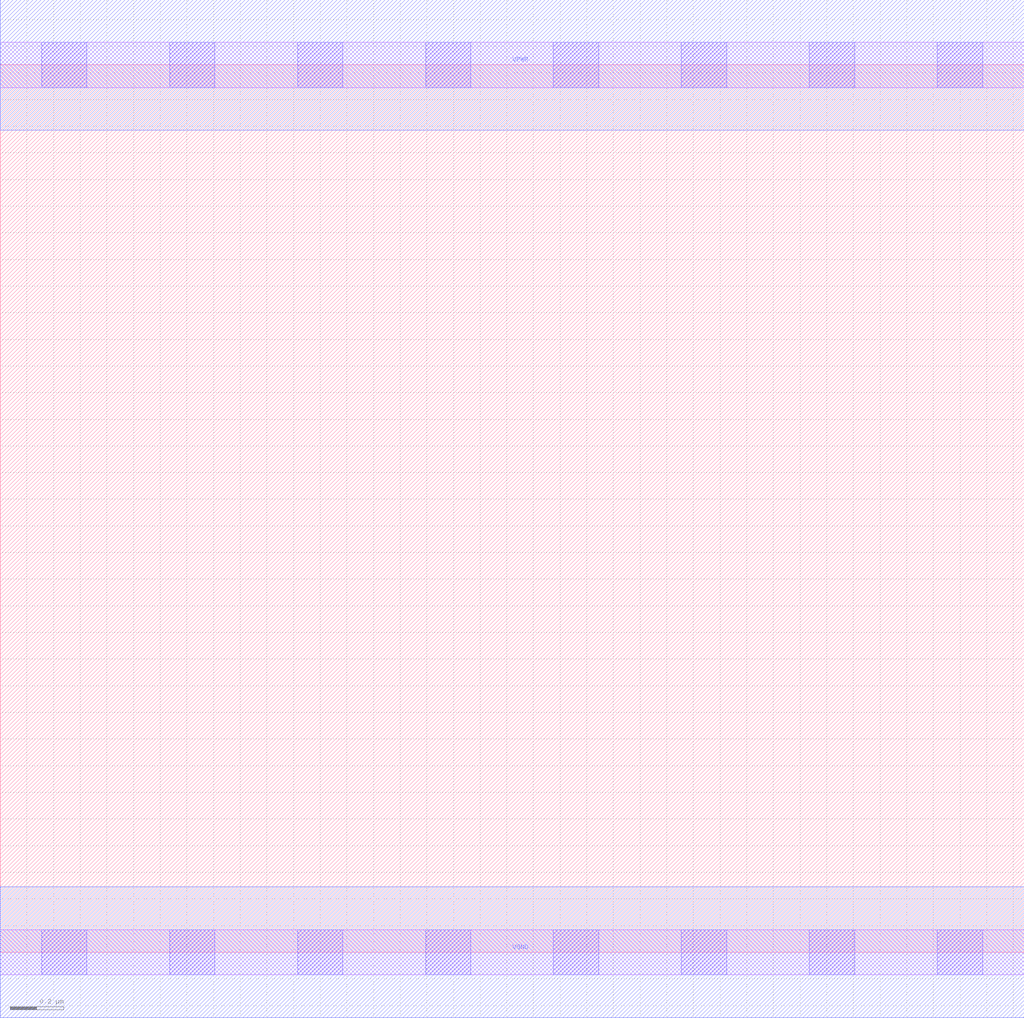
<source format=lef>
# Copyright 2020 The SkyWater PDK Authors
#
# Licensed under the Apache License, Version 2.0 (the "License");
# you may not use this file except in compliance with the License.
# You may obtain a copy of the License at
#
#     https://www.apache.org/licenses/LICENSE-2.0
#
# Unless required by applicable law or agreed to in writing, software
# distributed under the License is distributed on an "AS IS" BASIS,
# WITHOUT WARRANTIES OR CONDITIONS OF ANY KIND, either express or implied.
# See the License for the specific language governing permissions and
# limitations under the License.
#
# SPDX-License-Identifier: Apache-2.0

VERSION 5.7 ;
  NAMESCASESENSITIVE ON ;
  NOWIREEXTENSIONATPIN ON ;
  DIVIDERCHAR "/" ;
  BUSBITCHARS "[]" ;
UNITS
  DATABASE MICRONS 200 ;
END UNITS
MACRO sky130_fd_sc_hs__fill_8
  CLASS CORE ;
  FOREIGN sky130_fd_sc_hs__fill_8 ;
  ORIGIN  0.000000  0.000000 ;
  SIZE  3.840000 BY  3.330000 ;
  SYMMETRY X Y ;
  SITE unit ;
  PIN VGND
    DIRECTION INOUT ;
    USE GROUND ;
    PORT
      LAYER met1 ;
        RECT 0.000000 -0.245000 3.840000 0.245000 ;
    END
  END VGND
  PIN VPWR
    DIRECTION INOUT ;
    USE POWER ;
    PORT
      LAYER met1 ;
        RECT 0.000000 3.085000 3.840000 3.575000 ;
    END
  END VPWR
  OBS
    LAYER li1 ;
      RECT 0.000000 -0.085000 3.840000 0.085000 ;
      RECT 0.000000  3.245000 3.840000 3.415000 ;
    LAYER mcon ;
      RECT 0.155000 -0.085000 0.325000 0.085000 ;
      RECT 0.155000  3.245000 0.325000 3.415000 ;
      RECT 0.635000 -0.085000 0.805000 0.085000 ;
      RECT 0.635000  3.245000 0.805000 3.415000 ;
      RECT 1.115000 -0.085000 1.285000 0.085000 ;
      RECT 1.115000  3.245000 1.285000 3.415000 ;
      RECT 1.595000 -0.085000 1.765000 0.085000 ;
      RECT 1.595000  3.245000 1.765000 3.415000 ;
      RECT 2.075000 -0.085000 2.245000 0.085000 ;
      RECT 2.075000  3.245000 2.245000 3.415000 ;
      RECT 2.555000 -0.085000 2.725000 0.085000 ;
      RECT 2.555000  3.245000 2.725000 3.415000 ;
      RECT 3.035000 -0.085000 3.205000 0.085000 ;
      RECT 3.035000  3.245000 3.205000 3.415000 ;
      RECT 3.515000 -0.085000 3.685000 0.085000 ;
      RECT 3.515000  3.245000 3.685000 3.415000 ;
  END
END sky130_fd_sc_hs__fill_8
END LIBRARY

</source>
